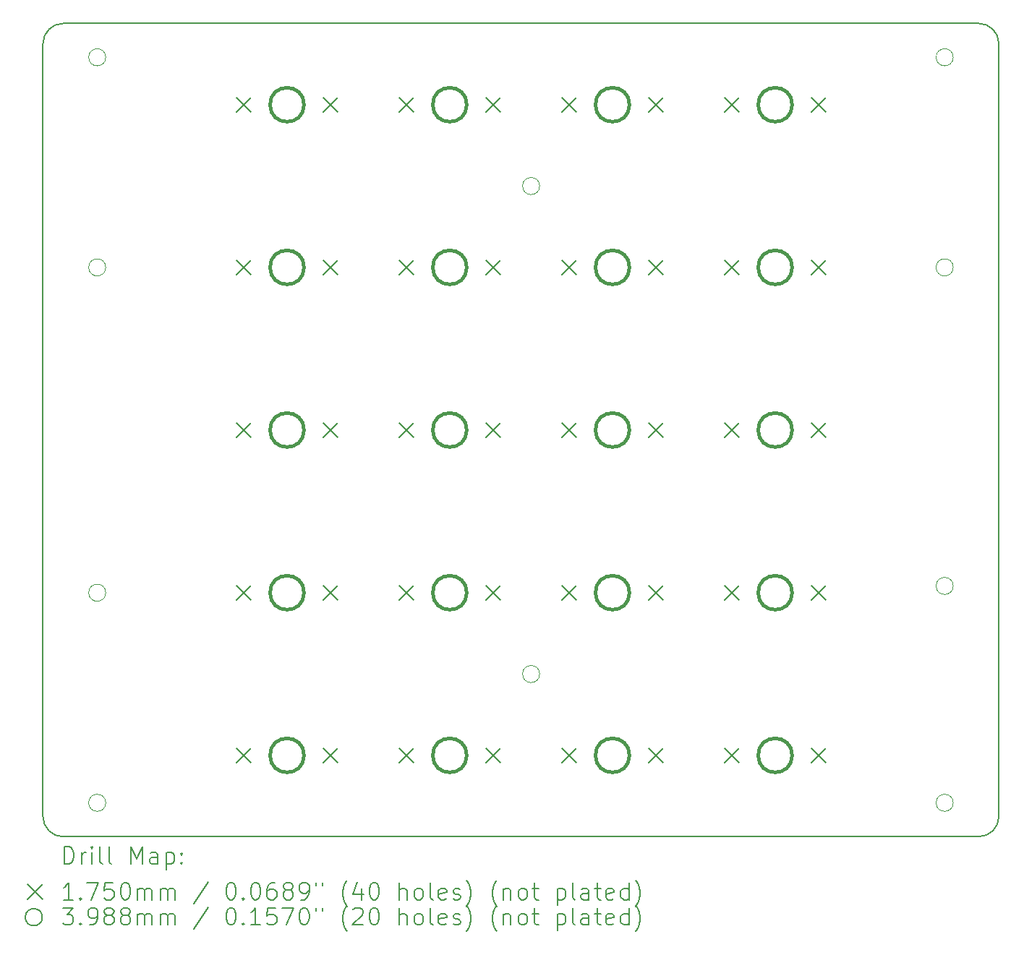
<source format=gbr>
%TF.GenerationSoftware,KiCad,Pcbnew,(6.0.9)*%
%TF.CreationDate,2023-04-02T22:42:10-05:00*%
%TF.ProjectId,Number Pad,4e756d62-6572-4205-9061-642e6b696361,rev?*%
%TF.SameCoordinates,Original*%
%TF.FileFunction,Drillmap*%
%TF.FilePolarity,Positive*%
%FSLAX45Y45*%
G04 Gerber Fmt 4.5, Leading zero omitted, Abs format (unit mm)*
G04 Created by KiCad (PCBNEW (6.0.9)) date 2023-04-02 22:42:10*
%MOMM*%
%LPD*%
G01*
G04 APERTURE LIST*
%ADD10C,0.100000*%
%ADD11C,0.150000*%
%ADD12C,0.151000*%
%ADD13C,0.200000*%
%ADD14C,0.175000*%
%ADD15C,0.398780*%
G04 APERTURE END LIST*
D10*
X2878125Y-1905000D02*
G75*
G03*
X2878125Y-1905000I-100000J0D01*
G01*
X7958125Y-3413125D02*
G75*
G03*
X7958125Y-3413125I-100000J0D01*
G01*
D11*
X2143125Y-10795000D02*
X2143125Y-1746250D01*
X2143125Y-10795000D02*
G75*
G03*
X2381250Y-11033125I238125J0D01*
G01*
X13335000Y-10795000D02*
X13335000Y-1746250D01*
D10*
X2878125Y-10636250D02*
G75*
G03*
X2878125Y-10636250I-100000J0D01*
G01*
D11*
X2381250Y-1508125D02*
X13096875Y-1508125D01*
X13334995Y-1746250D02*
G75*
G03*
X13096875Y-1508125I-238125J0D01*
G01*
X2381250Y-1508125D02*
G75*
G03*
X2143125Y-1746250I0J-238125D01*
G01*
D10*
X12800000Y-8096250D02*
G75*
G03*
X12800000Y-8096250I-100000J0D01*
G01*
X2878125Y-4365625D02*
G75*
G03*
X2878125Y-4365625I-100000J0D01*
G01*
X2878125Y-8175625D02*
G75*
G03*
X2878125Y-8175625I-100000J0D01*
G01*
X7958125Y-9128125D02*
G75*
G03*
X7958125Y-9128125I-100000J0D01*
G01*
X12800000Y-10636250D02*
G75*
G03*
X12800000Y-10636250I-100000J0D01*
G01*
D11*
X2381250Y-11033125D02*
X13096875Y-11033125D01*
D10*
X12800000Y-4365625D02*
G75*
G03*
X12800000Y-4365625I-100000J0D01*
G01*
X12800000Y-1905000D02*
G75*
G03*
X12800000Y-1905000I-100000J0D01*
G01*
D12*
X13096875Y-11033130D02*
G75*
G03*
X13335000Y-10795000I-5J238130D01*
G01*
D13*
D14*
X4405125Y-2373125D02*
X4580125Y-2548125D01*
X4580125Y-2373125D02*
X4405125Y-2548125D01*
X4405125Y-4278125D02*
X4580125Y-4453125D01*
X4580125Y-4278125D02*
X4405125Y-4453125D01*
X4405125Y-6183125D02*
X4580125Y-6358125D01*
X4580125Y-6183125D02*
X4405125Y-6358125D01*
X4405125Y-8088125D02*
X4580125Y-8263125D01*
X4580125Y-8088125D02*
X4405125Y-8263125D01*
X4405125Y-9993125D02*
X4580125Y-10168125D01*
X4580125Y-9993125D02*
X4405125Y-10168125D01*
X5421125Y-2373125D02*
X5596125Y-2548125D01*
X5596125Y-2373125D02*
X5421125Y-2548125D01*
X5421125Y-4278125D02*
X5596125Y-4453125D01*
X5596125Y-4278125D02*
X5421125Y-4453125D01*
X5421125Y-6183125D02*
X5596125Y-6358125D01*
X5596125Y-6183125D02*
X5421125Y-6358125D01*
X5421125Y-8088125D02*
X5596125Y-8263125D01*
X5596125Y-8088125D02*
X5421125Y-8263125D01*
X5421125Y-9993125D02*
X5596125Y-10168125D01*
X5596125Y-9993125D02*
X5421125Y-10168125D01*
X6310125Y-2373125D02*
X6485125Y-2548125D01*
X6485125Y-2373125D02*
X6310125Y-2548125D01*
X6310125Y-4278125D02*
X6485125Y-4453125D01*
X6485125Y-4278125D02*
X6310125Y-4453125D01*
X6310125Y-6183125D02*
X6485125Y-6358125D01*
X6485125Y-6183125D02*
X6310125Y-6358125D01*
X6310125Y-8088125D02*
X6485125Y-8263125D01*
X6485125Y-8088125D02*
X6310125Y-8263125D01*
X6310125Y-9993125D02*
X6485125Y-10168125D01*
X6485125Y-9993125D02*
X6310125Y-10168125D01*
X7326125Y-2373125D02*
X7501125Y-2548125D01*
X7501125Y-2373125D02*
X7326125Y-2548125D01*
X7326125Y-4278125D02*
X7501125Y-4453125D01*
X7501125Y-4278125D02*
X7326125Y-4453125D01*
X7326125Y-6183125D02*
X7501125Y-6358125D01*
X7501125Y-6183125D02*
X7326125Y-6358125D01*
X7326125Y-8088125D02*
X7501125Y-8263125D01*
X7501125Y-8088125D02*
X7326125Y-8263125D01*
X7326125Y-9993125D02*
X7501125Y-10168125D01*
X7501125Y-9993125D02*
X7326125Y-10168125D01*
X8215125Y-2373125D02*
X8390125Y-2548125D01*
X8390125Y-2373125D02*
X8215125Y-2548125D01*
X8215125Y-4278125D02*
X8390125Y-4453125D01*
X8390125Y-4278125D02*
X8215125Y-4453125D01*
X8215125Y-6183125D02*
X8390125Y-6358125D01*
X8390125Y-6183125D02*
X8215125Y-6358125D01*
X8215125Y-8088125D02*
X8390125Y-8263125D01*
X8390125Y-8088125D02*
X8215125Y-8263125D01*
X8215125Y-9993125D02*
X8390125Y-10168125D01*
X8390125Y-9993125D02*
X8215125Y-10168125D01*
X9231125Y-2373125D02*
X9406125Y-2548125D01*
X9406125Y-2373125D02*
X9231125Y-2548125D01*
X9231125Y-4278125D02*
X9406125Y-4453125D01*
X9406125Y-4278125D02*
X9231125Y-4453125D01*
X9231125Y-6183125D02*
X9406125Y-6358125D01*
X9406125Y-6183125D02*
X9231125Y-6358125D01*
X9231125Y-8088125D02*
X9406125Y-8263125D01*
X9406125Y-8088125D02*
X9231125Y-8263125D01*
X9231125Y-9993125D02*
X9406125Y-10168125D01*
X9406125Y-9993125D02*
X9231125Y-10168125D01*
X10120125Y-2373125D02*
X10295125Y-2548125D01*
X10295125Y-2373125D02*
X10120125Y-2548125D01*
X10120125Y-4278125D02*
X10295125Y-4453125D01*
X10295125Y-4278125D02*
X10120125Y-4453125D01*
X10120125Y-6183125D02*
X10295125Y-6358125D01*
X10295125Y-6183125D02*
X10120125Y-6358125D01*
X10120125Y-8088125D02*
X10295125Y-8263125D01*
X10295125Y-8088125D02*
X10120125Y-8263125D01*
X10120125Y-9993125D02*
X10295125Y-10168125D01*
X10295125Y-9993125D02*
X10120125Y-10168125D01*
X11136125Y-2373125D02*
X11311125Y-2548125D01*
X11311125Y-2373125D02*
X11136125Y-2548125D01*
X11136125Y-4278125D02*
X11311125Y-4453125D01*
X11311125Y-4278125D02*
X11136125Y-4453125D01*
X11136125Y-6183125D02*
X11311125Y-6358125D01*
X11311125Y-6183125D02*
X11136125Y-6358125D01*
X11136125Y-8088125D02*
X11311125Y-8263125D01*
X11311125Y-8088125D02*
X11136125Y-8263125D01*
X11136125Y-9993125D02*
X11311125Y-10168125D01*
X11311125Y-9993125D02*
X11136125Y-10168125D01*
D15*
X5200015Y-2460625D02*
G75*
G03*
X5200015Y-2460625I-199390J0D01*
G01*
X5200015Y-4365625D02*
G75*
G03*
X5200015Y-4365625I-199390J0D01*
G01*
X5200015Y-6270625D02*
G75*
G03*
X5200015Y-6270625I-199390J0D01*
G01*
X5200015Y-8175625D02*
G75*
G03*
X5200015Y-8175625I-199390J0D01*
G01*
X5200015Y-10080625D02*
G75*
G03*
X5200015Y-10080625I-199390J0D01*
G01*
X7105015Y-2460625D02*
G75*
G03*
X7105015Y-2460625I-199390J0D01*
G01*
X7105015Y-4365625D02*
G75*
G03*
X7105015Y-4365625I-199390J0D01*
G01*
X7105015Y-6270625D02*
G75*
G03*
X7105015Y-6270625I-199390J0D01*
G01*
X7105015Y-8175625D02*
G75*
G03*
X7105015Y-8175625I-199390J0D01*
G01*
X7105015Y-10080625D02*
G75*
G03*
X7105015Y-10080625I-199390J0D01*
G01*
X9010015Y-2460625D02*
G75*
G03*
X9010015Y-2460625I-199390J0D01*
G01*
X9010015Y-4365625D02*
G75*
G03*
X9010015Y-4365625I-199390J0D01*
G01*
X9010015Y-6270625D02*
G75*
G03*
X9010015Y-6270625I-199390J0D01*
G01*
X9010015Y-8175625D02*
G75*
G03*
X9010015Y-8175625I-199390J0D01*
G01*
X9010015Y-10080625D02*
G75*
G03*
X9010015Y-10080625I-199390J0D01*
G01*
X10915015Y-2460625D02*
G75*
G03*
X10915015Y-2460625I-199390J0D01*
G01*
X10915015Y-4365625D02*
G75*
G03*
X10915015Y-4365625I-199390J0D01*
G01*
X10915015Y-6270625D02*
G75*
G03*
X10915015Y-6270625I-199390J0D01*
G01*
X10915015Y-8175625D02*
G75*
G03*
X10915015Y-8175625I-199390J0D01*
G01*
X10915015Y-10080625D02*
G75*
G03*
X10915015Y-10080625I-199390J0D01*
G01*
D13*
X2393244Y-11351151D02*
X2393244Y-11151151D01*
X2440863Y-11151151D01*
X2469435Y-11160675D01*
X2488482Y-11179723D01*
X2498006Y-11198770D01*
X2507530Y-11236865D01*
X2507530Y-11265437D01*
X2498006Y-11303532D01*
X2488482Y-11322580D01*
X2469435Y-11341627D01*
X2440863Y-11351151D01*
X2393244Y-11351151D01*
X2593244Y-11351151D02*
X2593244Y-11217818D01*
X2593244Y-11255913D02*
X2602768Y-11236865D01*
X2612292Y-11227342D01*
X2631339Y-11217818D01*
X2650387Y-11217818D01*
X2717054Y-11351151D02*
X2717054Y-11217818D01*
X2717054Y-11151151D02*
X2707530Y-11160675D01*
X2717054Y-11170199D01*
X2726577Y-11160675D01*
X2717054Y-11151151D01*
X2717054Y-11170199D01*
X2840863Y-11351151D02*
X2821815Y-11341627D01*
X2812292Y-11322580D01*
X2812292Y-11151151D01*
X2945625Y-11351151D02*
X2926577Y-11341627D01*
X2917053Y-11322580D01*
X2917053Y-11151151D01*
X3174196Y-11351151D02*
X3174196Y-11151151D01*
X3240863Y-11294008D01*
X3307530Y-11151151D01*
X3307530Y-11351151D01*
X3488482Y-11351151D02*
X3488482Y-11246389D01*
X3478958Y-11227342D01*
X3459911Y-11217818D01*
X3421815Y-11217818D01*
X3402768Y-11227342D01*
X3488482Y-11341627D02*
X3469434Y-11351151D01*
X3421815Y-11351151D01*
X3402768Y-11341627D01*
X3393244Y-11322580D01*
X3393244Y-11303532D01*
X3402768Y-11284484D01*
X3421815Y-11274961D01*
X3469434Y-11274961D01*
X3488482Y-11265437D01*
X3583720Y-11217818D02*
X3583720Y-11417818D01*
X3583720Y-11227342D02*
X3602768Y-11217818D01*
X3640863Y-11217818D01*
X3659911Y-11227342D01*
X3669434Y-11236865D01*
X3678958Y-11255913D01*
X3678958Y-11313056D01*
X3669434Y-11332103D01*
X3659911Y-11341627D01*
X3640863Y-11351151D01*
X3602768Y-11351151D01*
X3583720Y-11341627D01*
X3764673Y-11332103D02*
X3774196Y-11341627D01*
X3764673Y-11351151D01*
X3755149Y-11341627D01*
X3764673Y-11332103D01*
X3764673Y-11351151D01*
X3764673Y-11227342D02*
X3774196Y-11236865D01*
X3764673Y-11246389D01*
X3755149Y-11236865D01*
X3764673Y-11227342D01*
X3764673Y-11246389D01*
D14*
X1960625Y-11593175D02*
X2135625Y-11768175D01*
X2135625Y-11593175D02*
X1960625Y-11768175D01*
D13*
X2498006Y-11771151D02*
X2383720Y-11771151D01*
X2440863Y-11771151D02*
X2440863Y-11571151D01*
X2421815Y-11599723D01*
X2402768Y-11618770D01*
X2383720Y-11628294D01*
X2583720Y-11752103D02*
X2593244Y-11761627D01*
X2583720Y-11771151D01*
X2574196Y-11761627D01*
X2583720Y-11752103D01*
X2583720Y-11771151D01*
X2659911Y-11571151D02*
X2793244Y-11571151D01*
X2707530Y-11771151D01*
X2964673Y-11571151D02*
X2869434Y-11571151D01*
X2859911Y-11666389D01*
X2869434Y-11656865D01*
X2888482Y-11647342D01*
X2936101Y-11647342D01*
X2955149Y-11656865D01*
X2964673Y-11666389D01*
X2974196Y-11685437D01*
X2974196Y-11733056D01*
X2964673Y-11752103D01*
X2955149Y-11761627D01*
X2936101Y-11771151D01*
X2888482Y-11771151D01*
X2869434Y-11761627D01*
X2859911Y-11752103D01*
X3098006Y-11571151D02*
X3117053Y-11571151D01*
X3136101Y-11580675D01*
X3145625Y-11590199D01*
X3155149Y-11609246D01*
X3164673Y-11647342D01*
X3164673Y-11694961D01*
X3155149Y-11733056D01*
X3145625Y-11752103D01*
X3136101Y-11761627D01*
X3117053Y-11771151D01*
X3098006Y-11771151D01*
X3078958Y-11761627D01*
X3069434Y-11752103D01*
X3059911Y-11733056D01*
X3050387Y-11694961D01*
X3050387Y-11647342D01*
X3059911Y-11609246D01*
X3069434Y-11590199D01*
X3078958Y-11580675D01*
X3098006Y-11571151D01*
X3250387Y-11771151D02*
X3250387Y-11637818D01*
X3250387Y-11656865D02*
X3259911Y-11647342D01*
X3278958Y-11637818D01*
X3307530Y-11637818D01*
X3326577Y-11647342D01*
X3336101Y-11666389D01*
X3336101Y-11771151D01*
X3336101Y-11666389D02*
X3345625Y-11647342D01*
X3364673Y-11637818D01*
X3393244Y-11637818D01*
X3412292Y-11647342D01*
X3421815Y-11666389D01*
X3421815Y-11771151D01*
X3517053Y-11771151D02*
X3517053Y-11637818D01*
X3517053Y-11656865D02*
X3526577Y-11647342D01*
X3545625Y-11637818D01*
X3574196Y-11637818D01*
X3593244Y-11647342D01*
X3602768Y-11666389D01*
X3602768Y-11771151D01*
X3602768Y-11666389D02*
X3612292Y-11647342D01*
X3631339Y-11637818D01*
X3659911Y-11637818D01*
X3678958Y-11647342D01*
X3688482Y-11666389D01*
X3688482Y-11771151D01*
X4078958Y-11561627D02*
X3907530Y-11818770D01*
X4336101Y-11571151D02*
X4355149Y-11571151D01*
X4374196Y-11580675D01*
X4383720Y-11590199D01*
X4393244Y-11609246D01*
X4402768Y-11647342D01*
X4402768Y-11694961D01*
X4393244Y-11733056D01*
X4383720Y-11752103D01*
X4374196Y-11761627D01*
X4355149Y-11771151D01*
X4336101Y-11771151D01*
X4317054Y-11761627D01*
X4307530Y-11752103D01*
X4298006Y-11733056D01*
X4288482Y-11694961D01*
X4288482Y-11647342D01*
X4298006Y-11609246D01*
X4307530Y-11590199D01*
X4317054Y-11580675D01*
X4336101Y-11571151D01*
X4488482Y-11752103D02*
X4498006Y-11761627D01*
X4488482Y-11771151D01*
X4478958Y-11761627D01*
X4488482Y-11752103D01*
X4488482Y-11771151D01*
X4621815Y-11571151D02*
X4640863Y-11571151D01*
X4659911Y-11580675D01*
X4669435Y-11590199D01*
X4678958Y-11609246D01*
X4688482Y-11647342D01*
X4688482Y-11694961D01*
X4678958Y-11733056D01*
X4669435Y-11752103D01*
X4659911Y-11761627D01*
X4640863Y-11771151D01*
X4621815Y-11771151D01*
X4602768Y-11761627D01*
X4593244Y-11752103D01*
X4583720Y-11733056D01*
X4574196Y-11694961D01*
X4574196Y-11647342D01*
X4583720Y-11609246D01*
X4593244Y-11590199D01*
X4602768Y-11580675D01*
X4621815Y-11571151D01*
X4859911Y-11571151D02*
X4821815Y-11571151D01*
X4802768Y-11580675D01*
X4793244Y-11590199D01*
X4774196Y-11618770D01*
X4764673Y-11656865D01*
X4764673Y-11733056D01*
X4774196Y-11752103D01*
X4783720Y-11761627D01*
X4802768Y-11771151D01*
X4840863Y-11771151D01*
X4859911Y-11761627D01*
X4869435Y-11752103D01*
X4878958Y-11733056D01*
X4878958Y-11685437D01*
X4869435Y-11666389D01*
X4859911Y-11656865D01*
X4840863Y-11647342D01*
X4802768Y-11647342D01*
X4783720Y-11656865D01*
X4774196Y-11666389D01*
X4764673Y-11685437D01*
X4993244Y-11656865D02*
X4974196Y-11647342D01*
X4964673Y-11637818D01*
X4955149Y-11618770D01*
X4955149Y-11609246D01*
X4964673Y-11590199D01*
X4974196Y-11580675D01*
X4993244Y-11571151D01*
X5031339Y-11571151D01*
X5050387Y-11580675D01*
X5059911Y-11590199D01*
X5069435Y-11609246D01*
X5069435Y-11618770D01*
X5059911Y-11637818D01*
X5050387Y-11647342D01*
X5031339Y-11656865D01*
X4993244Y-11656865D01*
X4974196Y-11666389D01*
X4964673Y-11675913D01*
X4955149Y-11694961D01*
X4955149Y-11733056D01*
X4964673Y-11752103D01*
X4974196Y-11761627D01*
X4993244Y-11771151D01*
X5031339Y-11771151D01*
X5050387Y-11761627D01*
X5059911Y-11752103D01*
X5069435Y-11733056D01*
X5069435Y-11694961D01*
X5059911Y-11675913D01*
X5050387Y-11666389D01*
X5031339Y-11656865D01*
X5164673Y-11771151D02*
X5202768Y-11771151D01*
X5221815Y-11761627D01*
X5231339Y-11752103D01*
X5250387Y-11723532D01*
X5259911Y-11685437D01*
X5259911Y-11609246D01*
X5250387Y-11590199D01*
X5240863Y-11580675D01*
X5221815Y-11571151D01*
X5183720Y-11571151D01*
X5164673Y-11580675D01*
X5155149Y-11590199D01*
X5145625Y-11609246D01*
X5145625Y-11656865D01*
X5155149Y-11675913D01*
X5164673Y-11685437D01*
X5183720Y-11694961D01*
X5221815Y-11694961D01*
X5240863Y-11685437D01*
X5250387Y-11675913D01*
X5259911Y-11656865D01*
X5336101Y-11571151D02*
X5336101Y-11609246D01*
X5412292Y-11571151D02*
X5412292Y-11609246D01*
X5707530Y-11847342D02*
X5698006Y-11837818D01*
X5678958Y-11809246D01*
X5669434Y-11790199D01*
X5659911Y-11761627D01*
X5650387Y-11714008D01*
X5650387Y-11675913D01*
X5659911Y-11628294D01*
X5669434Y-11599723D01*
X5678958Y-11580675D01*
X5698006Y-11552103D01*
X5707530Y-11542580D01*
X5869434Y-11637818D02*
X5869434Y-11771151D01*
X5821815Y-11561627D02*
X5774196Y-11704484D01*
X5898006Y-11704484D01*
X6012292Y-11571151D02*
X6031339Y-11571151D01*
X6050387Y-11580675D01*
X6059911Y-11590199D01*
X6069434Y-11609246D01*
X6078958Y-11647342D01*
X6078958Y-11694961D01*
X6069434Y-11733056D01*
X6059911Y-11752103D01*
X6050387Y-11761627D01*
X6031339Y-11771151D01*
X6012292Y-11771151D01*
X5993244Y-11761627D01*
X5983720Y-11752103D01*
X5974196Y-11733056D01*
X5964673Y-11694961D01*
X5964673Y-11647342D01*
X5974196Y-11609246D01*
X5983720Y-11590199D01*
X5993244Y-11580675D01*
X6012292Y-11571151D01*
X6317053Y-11771151D02*
X6317053Y-11571151D01*
X6402768Y-11771151D02*
X6402768Y-11666389D01*
X6393244Y-11647342D01*
X6374196Y-11637818D01*
X6345625Y-11637818D01*
X6326577Y-11647342D01*
X6317053Y-11656865D01*
X6526577Y-11771151D02*
X6507530Y-11761627D01*
X6498006Y-11752103D01*
X6488482Y-11733056D01*
X6488482Y-11675913D01*
X6498006Y-11656865D01*
X6507530Y-11647342D01*
X6526577Y-11637818D01*
X6555149Y-11637818D01*
X6574196Y-11647342D01*
X6583720Y-11656865D01*
X6593244Y-11675913D01*
X6593244Y-11733056D01*
X6583720Y-11752103D01*
X6574196Y-11761627D01*
X6555149Y-11771151D01*
X6526577Y-11771151D01*
X6707530Y-11771151D02*
X6688482Y-11761627D01*
X6678958Y-11742580D01*
X6678958Y-11571151D01*
X6859911Y-11761627D02*
X6840863Y-11771151D01*
X6802768Y-11771151D01*
X6783720Y-11761627D01*
X6774196Y-11742580D01*
X6774196Y-11666389D01*
X6783720Y-11647342D01*
X6802768Y-11637818D01*
X6840863Y-11637818D01*
X6859911Y-11647342D01*
X6869434Y-11666389D01*
X6869434Y-11685437D01*
X6774196Y-11704484D01*
X6945625Y-11761627D02*
X6964673Y-11771151D01*
X7002768Y-11771151D01*
X7021815Y-11761627D01*
X7031339Y-11742580D01*
X7031339Y-11733056D01*
X7021815Y-11714008D01*
X7002768Y-11704484D01*
X6974196Y-11704484D01*
X6955149Y-11694961D01*
X6945625Y-11675913D01*
X6945625Y-11666389D01*
X6955149Y-11647342D01*
X6974196Y-11637818D01*
X7002768Y-11637818D01*
X7021815Y-11647342D01*
X7098006Y-11847342D02*
X7107530Y-11837818D01*
X7126577Y-11809246D01*
X7136101Y-11790199D01*
X7145625Y-11761627D01*
X7155149Y-11714008D01*
X7155149Y-11675913D01*
X7145625Y-11628294D01*
X7136101Y-11599723D01*
X7126577Y-11580675D01*
X7107530Y-11552103D01*
X7098006Y-11542580D01*
X7459911Y-11847342D02*
X7450387Y-11837818D01*
X7431339Y-11809246D01*
X7421815Y-11790199D01*
X7412292Y-11761627D01*
X7402768Y-11714008D01*
X7402768Y-11675913D01*
X7412292Y-11628294D01*
X7421815Y-11599723D01*
X7431339Y-11580675D01*
X7450387Y-11552103D01*
X7459911Y-11542580D01*
X7536101Y-11637818D02*
X7536101Y-11771151D01*
X7536101Y-11656865D02*
X7545625Y-11647342D01*
X7564673Y-11637818D01*
X7593244Y-11637818D01*
X7612292Y-11647342D01*
X7621815Y-11666389D01*
X7621815Y-11771151D01*
X7745625Y-11771151D02*
X7726577Y-11761627D01*
X7717053Y-11752103D01*
X7707530Y-11733056D01*
X7707530Y-11675913D01*
X7717053Y-11656865D01*
X7726577Y-11647342D01*
X7745625Y-11637818D01*
X7774196Y-11637818D01*
X7793244Y-11647342D01*
X7802768Y-11656865D01*
X7812292Y-11675913D01*
X7812292Y-11733056D01*
X7802768Y-11752103D01*
X7793244Y-11761627D01*
X7774196Y-11771151D01*
X7745625Y-11771151D01*
X7869434Y-11637818D02*
X7945625Y-11637818D01*
X7898006Y-11571151D02*
X7898006Y-11742580D01*
X7907530Y-11761627D01*
X7926577Y-11771151D01*
X7945625Y-11771151D01*
X8164673Y-11637818D02*
X8164673Y-11837818D01*
X8164673Y-11647342D02*
X8183720Y-11637818D01*
X8221815Y-11637818D01*
X8240863Y-11647342D01*
X8250387Y-11656865D01*
X8259911Y-11675913D01*
X8259911Y-11733056D01*
X8250387Y-11752103D01*
X8240863Y-11761627D01*
X8221815Y-11771151D01*
X8183720Y-11771151D01*
X8164673Y-11761627D01*
X8374196Y-11771151D02*
X8355149Y-11761627D01*
X8345625Y-11742580D01*
X8345625Y-11571151D01*
X8536101Y-11771151D02*
X8536101Y-11666389D01*
X8526577Y-11647342D01*
X8507530Y-11637818D01*
X8469435Y-11637818D01*
X8450387Y-11647342D01*
X8536101Y-11761627D02*
X8517054Y-11771151D01*
X8469435Y-11771151D01*
X8450387Y-11761627D01*
X8440863Y-11742580D01*
X8440863Y-11723532D01*
X8450387Y-11704484D01*
X8469435Y-11694961D01*
X8517054Y-11694961D01*
X8536101Y-11685437D01*
X8602768Y-11637818D02*
X8678958Y-11637818D01*
X8631339Y-11571151D02*
X8631339Y-11742580D01*
X8640863Y-11761627D01*
X8659911Y-11771151D01*
X8678958Y-11771151D01*
X8821815Y-11761627D02*
X8802768Y-11771151D01*
X8764673Y-11771151D01*
X8745625Y-11761627D01*
X8736101Y-11742580D01*
X8736101Y-11666389D01*
X8745625Y-11647342D01*
X8764673Y-11637818D01*
X8802768Y-11637818D01*
X8821815Y-11647342D01*
X8831339Y-11666389D01*
X8831339Y-11685437D01*
X8736101Y-11704484D01*
X9002768Y-11771151D02*
X9002768Y-11571151D01*
X9002768Y-11761627D02*
X8983720Y-11771151D01*
X8945625Y-11771151D01*
X8926577Y-11761627D01*
X8917054Y-11752103D01*
X8907530Y-11733056D01*
X8907530Y-11675913D01*
X8917054Y-11656865D01*
X8926577Y-11647342D01*
X8945625Y-11637818D01*
X8983720Y-11637818D01*
X9002768Y-11647342D01*
X9078958Y-11847342D02*
X9088482Y-11837818D01*
X9107530Y-11809246D01*
X9117054Y-11790199D01*
X9126577Y-11761627D01*
X9136101Y-11714008D01*
X9136101Y-11675913D01*
X9126577Y-11628294D01*
X9117054Y-11599723D01*
X9107530Y-11580675D01*
X9088482Y-11552103D01*
X9078958Y-11542580D01*
X2135625Y-11975675D02*
G75*
G03*
X2135625Y-11975675I-100000J0D01*
G01*
X2374196Y-11866151D02*
X2498006Y-11866151D01*
X2431339Y-11942342D01*
X2459911Y-11942342D01*
X2478958Y-11951865D01*
X2488482Y-11961389D01*
X2498006Y-11980437D01*
X2498006Y-12028056D01*
X2488482Y-12047103D01*
X2478958Y-12056627D01*
X2459911Y-12066151D01*
X2402768Y-12066151D01*
X2383720Y-12056627D01*
X2374196Y-12047103D01*
X2583720Y-12047103D02*
X2593244Y-12056627D01*
X2583720Y-12066151D01*
X2574196Y-12056627D01*
X2583720Y-12047103D01*
X2583720Y-12066151D01*
X2688482Y-12066151D02*
X2726577Y-12066151D01*
X2745625Y-12056627D01*
X2755149Y-12047103D01*
X2774196Y-12018532D01*
X2783720Y-11980437D01*
X2783720Y-11904246D01*
X2774196Y-11885199D01*
X2764673Y-11875675D01*
X2745625Y-11866151D01*
X2707530Y-11866151D01*
X2688482Y-11875675D01*
X2678958Y-11885199D01*
X2669435Y-11904246D01*
X2669435Y-11951865D01*
X2678958Y-11970913D01*
X2688482Y-11980437D01*
X2707530Y-11989961D01*
X2745625Y-11989961D01*
X2764673Y-11980437D01*
X2774196Y-11970913D01*
X2783720Y-11951865D01*
X2898006Y-11951865D02*
X2878958Y-11942342D01*
X2869434Y-11932818D01*
X2859911Y-11913770D01*
X2859911Y-11904246D01*
X2869434Y-11885199D01*
X2878958Y-11875675D01*
X2898006Y-11866151D01*
X2936101Y-11866151D01*
X2955149Y-11875675D01*
X2964673Y-11885199D01*
X2974196Y-11904246D01*
X2974196Y-11913770D01*
X2964673Y-11932818D01*
X2955149Y-11942342D01*
X2936101Y-11951865D01*
X2898006Y-11951865D01*
X2878958Y-11961389D01*
X2869434Y-11970913D01*
X2859911Y-11989961D01*
X2859911Y-12028056D01*
X2869434Y-12047103D01*
X2878958Y-12056627D01*
X2898006Y-12066151D01*
X2936101Y-12066151D01*
X2955149Y-12056627D01*
X2964673Y-12047103D01*
X2974196Y-12028056D01*
X2974196Y-11989961D01*
X2964673Y-11970913D01*
X2955149Y-11961389D01*
X2936101Y-11951865D01*
X3088482Y-11951865D02*
X3069434Y-11942342D01*
X3059911Y-11932818D01*
X3050387Y-11913770D01*
X3050387Y-11904246D01*
X3059911Y-11885199D01*
X3069434Y-11875675D01*
X3088482Y-11866151D01*
X3126577Y-11866151D01*
X3145625Y-11875675D01*
X3155149Y-11885199D01*
X3164673Y-11904246D01*
X3164673Y-11913770D01*
X3155149Y-11932818D01*
X3145625Y-11942342D01*
X3126577Y-11951865D01*
X3088482Y-11951865D01*
X3069434Y-11961389D01*
X3059911Y-11970913D01*
X3050387Y-11989961D01*
X3050387Y-12028056D01*
X3059911Y-12047103D01*
X3069434Y-12056627D01*
X3088482Y-12066151D01*
X3126577Y-12066151D01*
X3145625Y-12056627D01*
X3155149Y-12047103D01*
X3164673Y-12028056D01*
X3164673Y-11989961D01*
X3155149Y-11970913D01*
X3145625Y-11961389D01*
X3126577Y-11951865D01*
X3250387Y-12066151D02*
X3250387Y-11932818D01*
X3250387Y-11951865D02*
X3259911Y-11942342D01*
X3278958Y-11932818D01*
X3307530Y-11932818D01*
X3326577Y-11942342D01*
X3336101Y-11961389D01*
X3336101Y-12066151D01*
X3336101Y-11961389D02*
X3345625Y-11942342D01*
X3364673Y-11932818D01*
X3393244Y-11932818D01*
X3412292Y-11942342D01*
X3421815Y-11961389D01*
X3421815Y-12066151D01*
X3517053Y-12066151D02*
X3517053Y-11932818D01*
X3517053Y-11951865D02*
X3526577Y-11942342D01*
X3545625Y-11932818D01*
X3574196Y-11932818D01*
X3593244Y-11942342D01*
X3602768Y-11961389D01*
X3602768Y-12066151D01*
X3602768Y-11961389D02*
X3612292Y-11942342D01*
X3631339Y-11932818D01*
X3659911Y-11932818D01*
X3678958Y-11942342D01*
X3688482Y-11961389D01*
X3688482Y-12066151D01*
X4078958Y-11856627D02*
X3907530Y-12113770D01*
X4336101Y-11866151D02*
X4355149Y-11866151D01*
X4374196Y-11875675D01*
X4383720Y-11885199D01*
X4393244Y-11904246D01*
X4402768Y-11942342D01*
X4402768Y-11989961D01*
X4393244Y-12028056D01*
X4383720Y-12047103D01*
X4374196Y-12056627D01*
X4355149Y-12066151D01*
X4336101Y-12066151D01*
X4317054Y-12056627D01*
X4307530Y-12047103D01*
X4298006Y-12028056D01*
X4288482Y-11989961D01*
X4288482Y-11942342D01*
X4298006Y-11904246D01*
X4307530Y-11885199D01*
X4317054Y-11875675D01*
X4336101Y-11866151D01*
X4488482Y-12047103D02*
X4498006Y-12056627D01*
X4488482Y-12066151D01*
X4478958Y-12056627D01*
X4488482Y-12047103D01*
X4488482Y-12066151D01*
X4688482Y-12066151D02*
X4574196Y-12066151D01*
X4631339Y-12066151D02*
X4631339Y-11866151D01*
X4612292Y-11894723D01*
X4593244Y-11913770D01*
X4574196Y-11923294D01*
X4869435Y-11866151D02*
X4774196Y-11866151D01*
X4764673Y-11961389D01*
X4774196Y-11951865D01*
X4793244Y-11942342D01*
X4840863Y-11942342D01*
X4859911Y-11951865D01*
X4869435Y-11961389D01*
X4878958Y-11980437D01*
X4878958Y-12028056D01*
X4869435Y-12047103D01*
X4859911Y-12056627D01*
X4840863Y-12066151D01*
X4793244Y-12066151D01*
X4774196Y-12056627D01*
X4764673Y-12047103D01*
X4945625Y-11866151D02*
X5078958Y-11866151D01*
X4993244Y-12066151D01*
X5193244Y-11866151D02*
X5212292Y-11866151D01*
X5231339Y-11875675D01*
X5240863Y-11885199D01*
X5250387Y-11904246D01*
X5259911Y-11942342D01*
X5259911Y-11989961D01*
X5250387Y-12028056D01*
X5240863Y-12047103D01*
X5231339Y-12056627D01*
X5212292Y-12066151D01*
X5193244Y-12066151D01*
X5174196Y-12056627D01*
X5164673Y-12047103D01*
X5155149Y-12028056D01*
X5145625Y-11989961D01*
X5145625Y-11942342D01*
X5155149Y-11904246D01*
X5164673Y-11885199D01*
X5174196Y-11875675D01*
X5193244Y-11866151D01*
X5336101Y-11866151D02*
X5336101Y-11904246D01*
X5412292Y-11866151D02*
X5412292Y-11904246D01*
X5707530Y-12142342D02*
X5698006Y-12132818D01*
X5678958Y-12104246D01*
X5669434Y-12085199D01*
X5659911Y-12056627D01*
X5650387Y-12009008D01*
X5650387Y-11970913D01*
X5659911Y-11923294D01*
X5669434Y-11894723D01*
X5678958Y-11875675D01*
X5698006Y-11847103D01*
X5707530Y-11837580D01*
X5774196Y-11885199D02*
X5783720Y-11875675D01*
X5802768Y-11866151D01*
X5850387Y-11866151D01*
X5869434Y-11875675D01*
X5878958Y-11885199D01*
X5888482Y-11904246D01*
X5888482Y-11923294D01*
X5878958Y-11951865D01*
X5764673Y-12066151D01*
X5888482Y-12066151D01*
X6012292Y-11866151D02*
X6031339Y-11866151D01*
X6050387Y-11875675D01*
X6059911Y-11885199D01*
X6069434Y-11904246D01*
X6078958Y-11942342D01*
X6078958Y-11989961D01*
X6069434Y-12028056D01*
X6059911Y-12047103D01*
X6050387Y-12056627D01*
X6031339Y-12066151D01*
X6012292Y-12066151D01*
X5993244Y-12056627D01*
X5983720Y-12047103D01*
X5974196Y-12028056D01*
X5964673Y-11989961D01*
X5964673Y-11942342D01*
X5974196Y-11904246D01*
X5983720Y-11885199D01*
X5993244Y-11875675D01*
X6012292Y-11866151D01*
X6317053Y-12066151D02*
X6317053Y-11866151D01*
X6402768Y-12066151D02*
X6402768Y-11961389D01*
X6393244Y-11942342D01*
X6374196Y-11932818D01*
X6345625Y-11932818D01*
X6326577Y-11942342D01*
X6317053Y-11951865D01*
X6526577Y-12066151D02*
X6507530Y-12056627D01*
X6498006Y-12047103D01*
X6488482Y-12028056D01*
X6488482Y-11970913D01*
X6498006Y-11951865D01*
X6507530Y-11942342D01*
X6526577Y-11932818D01*
X6555149Y-11932818D01*
X6574196Y-11942342D01*
X6583720Y-11951865D01*
X6593244Y-11970913D01*
X6593244Y-12028056D01*
X6583720Y-12047103D01*
X6574196Y-12056627D01*
X6555149Y-12066151D01*
X6526577Y-12066151D01*
X6707530Y-12066151D02*
X6688482Y-12056627D01*
X6678958Y-12037580D01*
X6678958Y-11866151D01*
X6859911Y-12056627D02*
X6840863Y-12066151D01*
X6802768Y-12066151D01*
X6783720Y-12056627D01*
X6774196Y-12037580D01*
X6774196Y-11961389D01*
X6783720Y-11942342D01*
X6802768Y-11932818D01*
X6840863Y-11932818D01*
X6859911Y-11942342D01*
X6869434Y-11961389D01*
X6869434Y-11980437D01*
X6774196Y-11999484D01*
X6945625Y-12056627D02*
X6964673Y-12066151D01*
X7002768Y-12066151D01*
X7021815Y-12056627D01*
X7031339Y-12037580D01*
X7031339Y-12028056D01*
X7021815Y-12009008D01*
X7002768Y-11999484D01*
X6974196Y-11999484D01*
X6955149Y-11989961D01*
X6945625Y-11970913D01*
X6945625Y-11961389D01*
X6955149Y-11942342D01*
X6974196Y-11932818D01*
X7002768Y-11932818D01*
X7021815Y-11942342D01*
X7098006Y-12142342D02*
X7107530Y-12132818D01*
X7126577Y-12104246D01*
X7136101Y-12085199D01*
X7145625Y-12056627D01*
X7155149Y-12009008D01*
X7155149Y-11970913D01*
X7145625Y-11923294D01*
X7136101Y-11894723D01*
X7126577Y-11875675D01*
X7107530Y-11847103D01*
X7098006Y-11837580D01*
X7459911Y-12142342D02*
X7450387Y-12132818D01*
X7431339Y-12104246D01*
X7421815Y-12085199D01*
X7412292Y-12056627D01*
X7402768Y-12009008D01*
X7402768Y-11970913D01*
X7412292Y-11923294D01*
X7421815Y-11894723D01*
X7431339Y-11875675D01*
X7450387Y-11847103D01*
X7459911Y-11837580D01*
X7536101Y-11932818D02*
X7536101Y-12066151D01*
X7536101Y-11951865D02*
X7545625Y-11942342D01*
X7564673Y-11932818D01*
X7593244Y-11932818D01*
X7612292Y-11942342D01*
X7621815Y-11961389D01*
X7621815Y-12066151D01*
X7745625Y-12066151D02*
X7726577Y-12056627D01*
X7717053Y-12047103D01*
X7707530Y-12028056D01*
X7707530Y-11970913D01*
X7717053Y-11951865D01*
X7726577Y-11942342D01*
X7745625Y-11932818D01*
X7774196Y-11932818D01*
X7793244Y-11942342D01*
X7802768Y-11951865D01*
X7812292Y-11970913D01*
X7812292Y-12028056D01*
X7802768Y-12047103D01*
X7793244Y-12056627D01*
X7774196Y-12066151D01*
X7745625Y-12066151D01*
X7869434Y-11932818D02*
X7945625Y-11932818D01*
X7898006Y-11866151D02*
X7898006Y-12037580D01*
X7907530Y-12056627D01*
X7926577Y-12066151D01*
X7945625Y-12066151D01*
X8164673Y-11932818D02*
X8164673Y-12132818D01*
X8164673Y-11942342D02*
X8183720Y-11932818D01*
X8221815Y-11932818D01*
X8240863Y-11942342D01*
X8250387Y-11951865D01*
X8259911Y-11970913D01*
X8259911Y-12028056D01*
X8250387Y-12047103D01*
X8240863Y-12056627D01*
X8221815Y-12066151D01*
X8183720Y-12066151D01*
X8164673Y-12056627D01*
X8374196Y-12066151D02*
X8355149Y-12056627D01*
X8345625Y-12037580D01*
X8345625Y-11866151D01*
X8536101Y-12066151D02*
X8536101Y-11961389D01*
X8526577Y-11942342D01*
X8507530Y-11932818D01*
X8469435Y-11932818D01*
X8450387Y-11942342D01*
X8536101Y-12056627D02*
X8517054Y-12066151D01*
X8469435Y-12066151D01*
X8450387Y-12056627D01*
X8440863Y-12037580D01*
X8440863Y-12018532D01*
X8450387Y-11999484D01*
X8469435Y-11989961D01*
X8517054Y-11989961D01*
X8536101Y-11980437D01*
X8602768Y-11932818D02*
X8678958Y-11932818D01*
X8631339Y-11866151D02*
X8631339Y-12037580D01*
X8640863Y-12056627D01*
X8659911Y-12066151D01*
X8678958Y-12066151D01*
X8821815Y-12056627D02*
X8802768Y-12066151D01*
X8764673Y-12066151D01*
X8745625Y-12056627D01*
X8736101Y-12037580D01*
X8736101Y-11961389D01*
X8745625Y-11942342D01*
X8764673Y-11932818D01*
X8802768Y-11932818D01*
X8821815Y-11942342D01*
X8831339Y-11961389D01*
X8831339Y-11980437D01*
X8736101Y-11999484D01*
X9002768Y-12066151D02*
X9002768Y-11866151D01*
X9002768Y-12056627D02*
X8983720Y-12066151D01*
X8945625Y-12066151D01*
X8926577Y-12056627D01*
X8917054Y-12047103D01*
X8907530Y-12028056D01*
X8907530Y-11970913D01*
X8917054Y-11951865D01*
X8926577Y-11942342D01*
X8945625Y-11932818D01*
X8983720Y-11932818D01*
X9002768Y-11942342D01*
X9078958Y-12142342D02*
X9088482Y-12132818D01*
X9107530Y-12104246D01*
X9117054Y-12085199D01*
X9126577Y-12056627D01*
X9136101Y-12009008D01*
X9136101Y-11970913D01*
X9126577Y-11923294D01*
X9117054Y-11894723D01*
X9107530Y-11875675D01*
X9088482Y-11847103D01*
X9078958Y-11837580D01*
M02*

</source>
